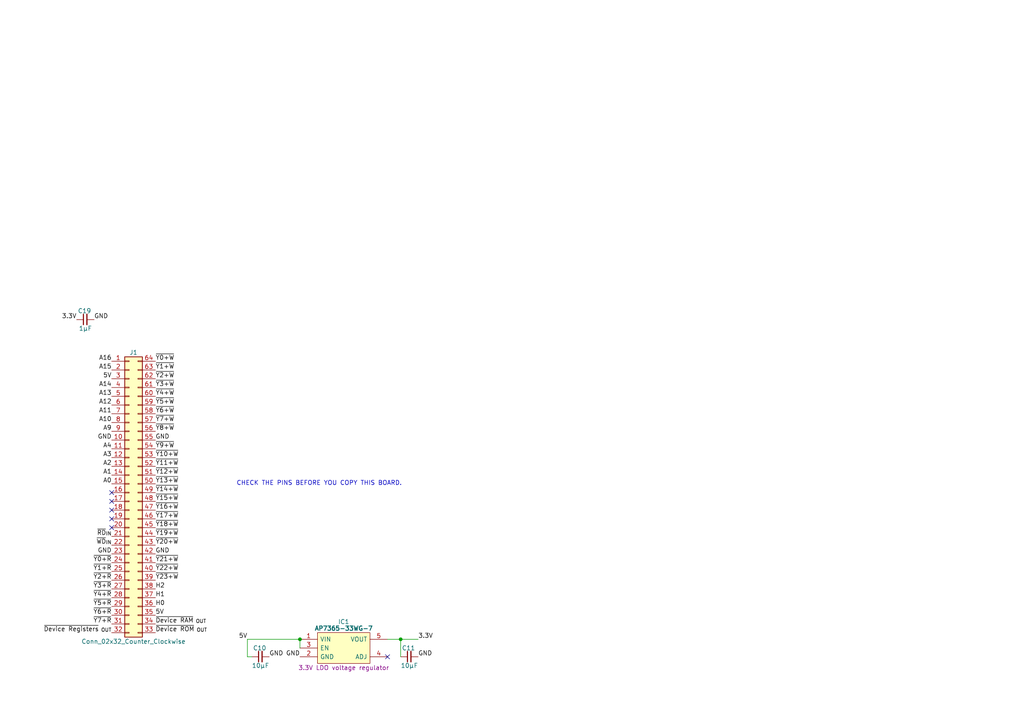
<source format=kicad_sch>
(kicad_sch (version 20230121) (generator eeschema)
  (paper "A4")
  (title_block (title "Big Board") (date "2023-10-07") (rev "V0"))
  (lib_symbols
    (symbol "Connector_Generic:Conn_02x32_Counter_Clockwise" (pin_names (offset 1.016) hide)
      (property "Reference" "J" (at 1.27 40.64 0))
      (property "Value" "Conn_02x32_Counter_Clockwise" (at 1.27 -43.18 0))
      (symbol "Conn_02x32_Counter_Clockwise_1_1"
        (rectangle (start -1.27 -40.513) (end 0 -40.767) (stroke (width 0.1524)))
        (rectangle (start -1.27 -37.973) (end 0 -38.227) (stroke (width 0.1524)))
        (rectangle (start -1.27 -35.433) (end 0 -35.687) (stroke (width 0.1524)))
        (rectangle (start -1.27 -32.893) (end 0 -33.147) (stroke (width 0.1524)))
        (rectangle (start -1.27 -30.353) (end 0 -30.607) (stroke (width 0.1524)))
        (rectangle (start -1.27 -27.813) (end 0 -28.067) (stroke (width 0.1524)))
        (rectangle (start -1.27 -25.273) (end 0 -25.527) (stroke (width 0.1524)))
        (rectangle (start -1.27 -22.733) (end 0 -22.987) (stroke (width 0.1524)))
        (rectangle (start -1.27 -20.193) (end 0 -20.447) (stroke (width 0.1524)))
        (rectangle (start -1.27 -17.653) (end 0 -17.907) (stroke (width 0.1524)))
        (rectangle (start -1.27 -15.113) (end 0 -15.367) (stroke (width 0.1524)))
        (rectangle (start -1.27 -12.573) (end 0 -12.827) (stroke (width 0.1524)))
        (rectangle (start -1.27 -10.033) (end 0 -10.287) (stroke (width 0.1524)))
        (rectangle (start -1.27 -7.493) (end 0 -7.747) (stroke (width 0.1524)))
        (rectangle (start -1.27 -4.953) (end 0 -5.207) (stroke (width 0.1524)))
        (rectangle (start -1.27 -2.413) (end 0 -2.667) (stroke (width 0.1524)))
        (rectangle (start -1.27 0.127) (end 0 -0.127) (stroke (width 0.1524)))
        (rectangle (start -1.27 2.667) (end 0 2.413) (stroke (width 0.1524)))
        (rectangle (start -1.27 5.207) (end 0 4.953) (stroke (width 0.1524)))
        (rectangle (start -1.27 7.747) (end 0 7.493) (stroke (width 0.1524)))
        (rectangle (start -1.27 10.287) (end 0 10.033) (stroke (width 0.1524)))
        (rectangle (start -1.27 12.827) (end 0 12.573) (stroke (width 0.1524)))
        (rectangle (start -1.27 15.367) (end 0 15.113) (stroke (width 0.1524)))
        (rectangle (start -1.27 17.907) (end 0 17.653) (stroke (width 0.1524)))
        (rectangle (start -1.27 20.447) (end 0 20.193) (stroke (width 0.1524)))
        (rectangle (start -1.27 22.987) (end 0 22.733) (stroke (width 0.1524)))
        (rectangle (start -1.27 25.527) (end 0 25.273) (stroke (width 0.1524)))
        (rectangle (start -1.27 28.067) (end 0 27.813) (stroke (width 0.1524)))
        (rectangle (start -1.27 30.607) (end 0 30.353) (stroke (width 0.1524)))
        (rectangle (start -1.27 33.147) (end 0 32.893) (stroke (width 0.1524)))
        (rectangle (start -1.27 35.687) (end 0 35.433) (stroke (width 0.1524)))
        (rectangle (start -1.27 38.227) (end 0 37.973) (stroke (width 0.1524)))
        (rectangle (start -1.27 39.37) (end 3.81 -41.91) (stroke (width 0.254)) (fill (type background)))
        (rectangle (start 3.81 -40.513) (end 2.54 -40.767) (stroke (width 0.1524)))
        (rectangle (start 3.81 -37.973) (end 2.54 -38.227) (stroke (width 0.1524)))
        (rectangle (start 3.81 -35.433) (end 2.54 -35.687) (stroke (width 0.1524)))
        (rectangle (start 3.81 -32.893) (end 2.54 -33.147) (stroke (width 0.1524)))
        (rectangle (start 3.81 -30.353) (end 2.54 -30.607) (stroke (width 0.1524)))
        (rectangle (start 3.81 -27.813) (end 2.54 -28.067) (stroke (width 0.1524)))
        (rectangle (start 3.81 -25.273) (end 2.54 -25.527) (stroke (width 0.1524)))
        (rectangle (start 3.81 -22.733) (end 2.54 -22.987) (stroke (width 0.1524)))
        (rectangle (start 3.81 -20.193) (end 2.54 -20.447) (stroke (width 0.1524)))
        (rectangle (start 3.81 -17.653) (end 2.54 -17.907) (stroke (width 0.1524)))
        (rectangle (start 3.81 -15.113) (end 2.54 -15.367) (stroke (width 0.1524)))
        (rectangle (start 3.81 -12.573) (end 2.54 -12.827) (stroke (width 0.1524)))
        (rectangle (start 3.81 -10.033) (end 2.54 -10.287) (stroke (width 0.1524)))
        (rectangle (start 3.81 -7.493) (end 2.54 -7.747) (stroke (width 0.1524)))
        (rectangle (start 3.81 -4.953) (end 2.54 -5.207) (stroke (width 0.1524)))
        (rectangle (start 3.81 -2.413) (end 2.54 -2.667) (stroke (width 0.1524)))
        (rectangle (start 3.81 0.127) (end 2.54 -0.127) (stroke (width 0.1524)))
        (rectangle (start 3.81 2.667) (end 2.54 2.413) (stroke (width 0.1524)))
        (rectangle (start 3.81 5.207) (end 2.54 4.953) (stroke (width 0.1524)))
        (rectangle (start 3.81 7.747) (end 2.54 7.493) (stroke (width 0.1524)))
        (rectangle (start 3.81 10.287) (end 2.54 10.033) (stroke (width 0.1524)))
        (rectangle (start 3.81 12.827) (end 2.54 12.573) (stroke (width 0.1524)))
        (rectangle (start 3.81 15.367) (end 2.54 15.113) (stroke (width 0.1524)))
        (rectangle (start 3.81 17.907) (end 2.54 17.653) (stroke (width 0.1524)))
        (rectangle (start 3.81 20.447) (end 2.54 20.193) (stroke (width 0.1524)))
        (rectangle (start 3.81 22.987) (end 2.54 22.733) (stroke (width 0.1524)))
        (rectangle (start 3.81 25.527) (end 2.54 25.273) (stroke (width 0.1524)))
        (rectangle (start 3.81 28.067) (end 2.54 27.813) (stroke (width 0.1524)))
        (rectangle (start 3.81 30.607) (end 2.54 30.353) (stroke (width 0.1524)))
        (rectangle (start 3.81 33.147) (end 2.54 32.893) (stroke (width 0.1524)))
        (rectangle (start 3.81 35.687) (end 2.54 35.433) (stroke (width 0.1524)))
        (rectangle (start 3.81 38.227) (end 2.54 37.973) (stroke (width 0.1524)))
        (pin passive line (at -5.08 38.1 0) (length 3.81) (name "Pin_1") (number "1"))
        (pin passive line (at -5.08 15.24 0) (length 3.81) (name "Pin_10") (number "10"))
        (pin passive line (at -5.08 12.7 0) (length 3.81) (name "Pin_11") (number "11"))
        (pin passive line (at -5.08 10.16 0) (length 3.81) (name "Pin_12") (number "12"))
        (pin passive line (at -5.08 7.62 0) (length 3.81) (name "Pin_13") (number "13"))
        (pin passive line (at -5.08 5.08 0) (length 3.81) (name "Pin_14") (number "14"))
        (pin passive line (at -5.08 2.54 0) (length 3.81) (name "Pin_15") (number "15"))
        (pin passive line (at -5.08 0 0) (length 3.81) (name "Pin_16") (number "16"))
        (pin passive line (at -5.08 -2.54 0) (length 3.81) (name "Pin_17") (number "17"))
        (pin passive line (at -5.08 -5.08 0) (length 3.81) (name "Pin_18") (number "18"))
        (pin passive line (at -5.08 -7.62 0) (length 3.81) (name "Pin_19") (number "19"))
        (pin passive line (at -5.08 35.56 0) (length 3.81) (name "Pin_2") (number "2"))
        (pin passive line (at -5.08 -10.16 0) (length 3.81) (name "Pin_20") (number "20"))
        (pin passive line (at -5.08 -12.7 0) (length 3.81) (name "Pin_21") (number "21"))
        (pin passive line (at -5.08 -15.24 0) (length 3.81) (name "Pin_22") (number "22"))
        (pin passive line (at -5.08 -17.78 0) (length 3.81) (name "Pin_23") (number "23"))
        (pin passive line (at -5.08 -20.32 0) (length 3.81) (name "Pin_24") (number "24"))
        (pin passive line (at -5.08 -22.86 0) (length 3.81) (name "Pin_25") (number "25"))
        (pin passive line (at -5.08 -25.4 0) (length 3.81) (name "Pin_26") (number "26"))
        (pin passive line (at -5.08 -27.94 0) (length 3.81) (name "Pin_27") (number "27"))
        (pin passive line (at -5.08 -30.48 0) (length 3.81) (name "Pin_28") (number "28"))
        (pin passive line (at -5.08 -33.02 0) (length 3.81) (name "Pin_29") (number "29"))
        (pin passive line (at -5.08 33.02 0) (length 3.81) (name "Pin_3") (number "3"))
        (pin passive line (at -5.08 -35.56 0) (length 3.81) (name "Pin_30") (number "30"))
        (pin passive line (at -5.08 -38.1 0) (length 3.81) (name "Pin_31") (number "31"))
        (pin passive line (at -5.08 -40.64 0) (length 3.81) (name "Pin_32") (number "32"))
        (pin passive line (at 7.62 -40.64 180) (length 3.81) (name "Pin_33") (number "33"))
        (pin passive line (at 7.62 -38.1 180) (length 3.81) (name "Pin_34") (number "34"))
        (pin passive line (at 7.62 -35.56 180) (length 3.81) (name "Pin_35") (number "35"))
        (pin passive line (at 7.62 -33.02 180) (length 3.81) (name "Pin_36") (number "36"))
        (pin passive line (at 7.62 -30.48 180) (length 3.81) (name "Pin_37") (number "37"))
        (pin passive line (at 7.62 -27.94 180) (length 3.81) (name "Pin_38") (number "38"))
        (pin passive line (at 7.62 -25.4 180) (length 3.81) (name "Pin_39") (number "39"))
        (pin passive line (at -5.08 30.48 0) (length 3.81) (name "Pin_4") (number "4"))
        (pin passive line (at 7.62 -22.86 180) (length 3.81) (name "Pin_40") (number "40"))
        (pin passive line (at 7.62 -20.32 180) (length 3.81) (name "Pin_41") (number "41"))
        (pin passive line (at 7.62 -17.78 180) (length 3.81) (name "Pin_42") (number "42"))
        (pin passive line (at 7.62 -15.24 180) (length 3.81) (name "Pin_43") (number "43"))
        (pin passive line (at 7.62 -12.7 180) (length 3.81) (name "Pin_44") (number "44"))
        (pin passive line (at 7.62 -10.16 180) (length 3.81) (name "Pin_45") (number "45"))
        (pin passive line (at 7.62 -7.62 180) (length 3.81) (name "Pin_46") (number "46"))
        (pin passive line (at 7.62 -5.08 180) (length 3.81) (name "Pin_47") (number "47"))
        (pin passive line (at 7.62 -2.54 180) (length 3.81) (name "Pin_48") (number "48"))
        (pin passive line (at 7.62 0 180) (length 3.81) (name "Pin_49") (number "49"))
        (pin passive line (at -5.08 27.94 0) (length 3.81) (name "Pin_5") (number "5"))
        (pin passive line (at 7.62 2.54 180) (length 3.81) (name "Pin_50") (number "50"))
        (pin passive line (at 7.62 5.08 180) (length 3.81) (name "Pin_51") (number "51"))
        (pin passive line (at 7.62 7.62 180) (length 3.81) (name "Pin_52") (number "52"))
        (pin passive line (at 7.62 10.16 180) (length 3.81) (name "Pin_53") (number "53"))
        (pin passive line (at 7.62 12.7 180) (length 3.81) (name "Pin_54") (number "54"))
        (pin passive line (at 7.62 15.24 180) (length 3.81) (name "Pin_55") (number "55"))
        (pin passive line (at 7.62 17.78 180) (length 3.81) (name "Pin_56") (number "56"))
        (pin passive line (at 7.62 20.32 180) (length 3.81) (name "Pin_57") (number "57"))
        (pin passive line (at 7.62 22.86 180) (length 3.81) (name "Pin_58") (number "58"))
        (pin passive line (at 7.62 25.4 180) (length 3.81) (name "Pin_59") (number "59"))
        (pin passive line (at -5.08 25.4 0) (length 3.81) (name "Pin_6") (number "6"))
        (pin passive line (at 7.62 27.94 180) (length 3.81) (name "Pin_60") (number "60"))
        (pin passive line (at 7.62 30.48 180) (length 3.81) (name "Pin_61") (number "61"))
        (pin passive line (at 7.62 33.02 180) (length 3.81) (name "Pin_62") (number "62"))
        (pin passive line (at 7.62 35.56 180) (length 3.81) (name "Pin_63") (number "63"))
        (pin passive line (at 7.62 38.1 180) (length 3.81) (name "Pin_64") (number "64"))
        (pin passive line (at -5.08 22.86 0) (length 3.81) (name "Pin_7") (number "7"))
        (pin passive line (at -5.08 20.32 0) (length 3.81) (name "Pin_8") (number "8"))
        (pin passive line (at -5.08 17.78 0) (length 3.81) (name "Pin_9") (number "9"))
      )
    )
    (symbol "Diodes_Inc:AP7365-33WG-7" (pin_names (offset 0.762))
      (property "Reference" "IC" (at 12.7 5.08 0))
      (property "Value" "AP7365-33WG-7" (at 12.7 3.175 0))
      (property "Description" "3.3V LDO voltage regulator" (at 12.7 -8.255 0))
      (symbol "AP7365-33WG-7_0_0"
        (pin passive line (at 0 0 0) (length 5.08) (name "VIN") (number "1"))
        (pin passive line (at 0 -5.08 0) (length 5.08) (name "GND") (number "2"))
        (pin input line (at 0 -2.54 0) (length 5.08) (name "EN") (number "3"))
        (pin passive line (at 25.4 -5.08 180) (length 5.08) (name "ADJ") (number "4"))
        (pin passive line (at 25.4 0 180) (length 5.08) (name "VOUT") (number "5"))
      )
      (symbol "AP7365-33WG-7_0_1"
        (polyline (pts (xy 5.08 1.905) (xy 20.32 1.905) (xy 20.32 -6.985) (xy 5.08 -6.985) (xy 5.08 1.905)) (fill (type background)))
      )
    )
    (symbol "HCP65:C_0805" (pin_numbers hide) (pin_names (offset 0.254) hide)
      (property "Reference" "C" (at 2.286 2.54 0))
      (property "Value" "?μF" (at 2.54 -2.54 0))
      (symbol "C_0805_0_1"
        (polyline (pts (xy 1.9685 -1.4605) (xy 1.9685 1.5875)) (stroke (width 0.3048)))
        (polyline (pts (xy 2.9845 -1.4605) (xy 2.9845 1.5875)) (stroke (width 0.3302)))
      )
      (symbol "C_0805_1_1"
        (pin passive line (at 0 0 0) (length 2.032) (name "~") (number "1"))
        (pin passive line (at 5.08 0 180) (length 2.032) (name "~") (number "2"))
      )
    )
  )
  (junction (at 86.995 185.42))
  (junction (at 116.205 185.42))
  (no_connect (at 32.385 153.035))
  (no_connect (at 112.395 190.5))
  (no_connect (at 32.385 150.495))
  (no_connect (at 32.385 142.875))
  (no_connect (at 32.385 147.955))
  (no_connect (at 32.385 145.415))
  (wire (pts (xy 116.205 190.5) (xy 116.205 185.42)))
  (wire (pts (xy 71.755 185.42) (xy 86.995 185.42)))
  (wire (pts (xy 86.995 185.42) (xy 86.995 187.96)))
  (wire (pts (xy 112.395 185.42) (xy 116.205 185.42)))
  (wire (pts (xy 71.755 185.42) (xy 71.755 190.5)))
  (wire (pts (xy 71.755 190.5) (xy 73.025 190.5)))
  (wire (pts (xy 116.205 185.42) (xy 121.285 185.42)))
  (text "CHECK THE PINS BEFORE YOU COPY THIS BOARD." (at 68.58 140.97 0) (effects (font (size 1.27 1.27)) (justify left bottom)))
  (label "A2" (at 32.385 135.255 180))
  (label "~{Y1+W}" (at 45.085 107.315 0))
  (label "~{Y5+W}" (at 45.085 117.475 0))
  (label "~{Y16+W}" (at 45.085 147.955 0))
  (label "~{WD}_{IN}" (at 32.385 158.115 180))
  (label "~{Y0+W}" (at 45.085 104.775 0))
  (label "A3" (at 32.385 132.715 180))
  (label "~{Y17+W}" (at 45.085 150.495 0))
  (label "~{Device RAM}_{ OUT}" (at 45.085 180.975 0))
  (label "GND" (at 121.285 190.5 0))
  (label "A4" (at 32.385 130.175 180))
  (label "~{Y1+R}" (at 32.385 165.735 180))
  (label "~{Y20+W}" (at 45.085 158.115 0))
  (label "~{Y8+W}" (at 45.085 125.095 0))
  (label "~{Y13+W}" (at 45.085 140.335 0))
  (label "A13" (at 32.385 114.935 180))
  (label "GND" (at 78.105 190.5 0))
  (label "A0" (at 32.385 140.335 180))
  (label "5V" (at 71.755 185.42 180))
  (label "~{Y21+W}" (at 45.085 163.195 0))
  (label "~{Y6+R}" (at 32.385 178.435 180))
  (label "GND" (at 27.305 92.71 0))
  (label "~{Y3+R}" (at 32.385 170.815 180))
  (label "GND" (at 86.995 190.5 180))
  (label "A1" (at 32.385 137.795 180))
  (label "~{Y6+W}" (at 45.085 120.015 0))
  (label "GND" (at 45.085 160.655 0))
  (label "~{Y2+W}" (at 45.085 109.855 0))
  (label "~{Device Registers}_{ OUT}" (at 32.385 183.515 180))
  (label "5V" (at 32.385 109.855 180))
  (label "~{Y12+W}" (at 45.085 137.795 0))
  (label "~{RD}_{IN}" (at 32.385 155.575 180))
  (label "~{Device ROM}_{ OUT}" (at 45.085 183.515 0))
  (label "~{Y22+W}" (at 45.085 165.735 0))
  (label "GND" (at 45.085 127.635 0))
  (label "~{Y7+R}" (at 32.385 180.975 180))
  (label "~{Y3+W}" (at 45.085 112.395 0))
  (label "A11" (at 32.385 120.015 180))
  (label "A9" (at 32.385 125.095 180))
  (label "A15" (at 32.385 107.315 180))
  (label "~{Y5+R}" (at 32.385 175.895 180))
  (label "A14" (at 32.385 112.395 180))
  (label "A12" (at 32.385 117.475 180))
  (label "H2" (at 45.085 170.815 0))
  (label "GND" (at 32.385 160.655 180))
  (label "H0" (at 45.085 175.895 0))
  (label "A10" (at 32.385 122.555 180))
  (label "3.3V" (at 121.285 185.42 0))
  (label "GND" (at 32.385 127.635 180))
  (label "~{Y7+W}" (at 45.085 122.555 0))
  (label "5V" (at 45.085 178.435 0))
  (label "3.3V" (at 22.225 92.71 180))
  (label "~{Y19+W}" (at 45.085 155.575 0))
  (label "~{Y15+W}" (at 45.085 145.415 0))
  (label "~{Y14+W}" (at 45.085 142.875 0))
  (label "~{Y4+R}" (at 32.385 173.355 180))
  (label "A16" (at 32.385 104.775 180))
  (label "H1" (at 45.085 173.355 0))
  (label "~{Y2+R}" (at 32.385 168.275 180))
  (label "~{Y11+W}" (at 45.085 135.255 0))
  (label "~{Y0+R}" (at 32.385 163.195 180))
  (label "~{Y18+W}" (at 45.085 153.035 0))
  (label "~{Y4+W}" (at 45.085 114.935 0))
  (label "~{Y23+W}" (at 45.085 168.275 0))
  (label "~{Y9+W}" (at 45.085 130.175 0))
  (label "~{Y10+W}" (at 45.085 132.715 0))
  (symbol (lib_id "HCP65:C_0805") (at 73.025 190.5 0) (unit 1)
    (property "Reference" "C10" (at 75.311 187.96 0))
    (property "Value" "10µF" (at 73.025 193.04 0) (effects (justify left)))
    (property "Footprint" "SamacSys_Parts:C_0805" (effects hide))
  )
  (symbol (lib_id "Diodes_Inc:AP7365-33WG-7") (at 86.995 185.42 0) (unit 1)
    (property "Reference" "IC1" (at 99.695 180.34 0))
    (property "Value" "AP7365-33WG-7" (at 99.695 182.245 0) (effects (font bold)))
    (property "Footprint" "SOT95P285X130-5N" (effects hide))
    (property "Datasheet" "https://componentsearchengine.com/Datasheets/1/AP7365-33WG-7.pdf" (effects hide))
    (property "Description" "3.3V LDO voltage regulator" (at 99.695 193.675 0))
    (property "Height" "1.3" (effects hide))
    (property "Manufacturer_Name" "Diodes Inc." (effects hide))
    (property "Manufacturer_Part_Number" "AP7365-33WG-7" (effects hide))
    (property "Mouser Part Number" "621-AP7365-33WG-7" (effects hide))
    (property "Mouser Price/Stock" "https://www.mouser.co.uk/ProductDetail/Diodes-Incorporated/AP7365-33WG-7?qs=abZ1nkZpTuOZFvxvoFPL0w%3D%3D" (effects hide))
    (property "Arrow Part Number" "AP7365-33WG-7" (effects hide))
    (property "Arrow Price/Stock" "https://www.arrow.com/en/products/ap7365-33wg-7/diodes-incorporated?region=nac" (effects hide))
    (property "Silkscreen" "AP7365" (effects hide))
  )
  (symbol (lib_id "HCP65:C_0805") (at 116.205 190.5 0) (unit 1)
    (property "Reference" "C11" (at 118.491 187.96 0))
    (property "Value" "10µF" (at 116.205 193.04 0) (effects (justify left)))
    (property "Footprint" "SamacSys_Parts:C_0805" (effects hide))
  )
  (symbol (lib_id "Connector_Generic:Conn_02x32_Counter_Clockwise") (at 37.465 142.875 0) (unit 1)
    (property "Reference" "J1" (at 38.735 102.235 0))
    (property "Value" "Conn_02x32_Counter_Clockwise" (at 38.735 186.055 0))
    (property "Footprint" "SamacSys_Parts:DIP-64_Board_W22.86mm" (effects hide))
  )
  (symbol (lib_id "HCP65:C_0805") (at 22.225 92.71 0) (unit 1)
    (property "Reference" "C19" (at 24.511 90.17 0))
    (property "Value" "1μF" (at 24.765 95.25 0))
    (property "Footprint" "SamacSys_Parts:C_0805" (effects hide))
  )
)
</source>
